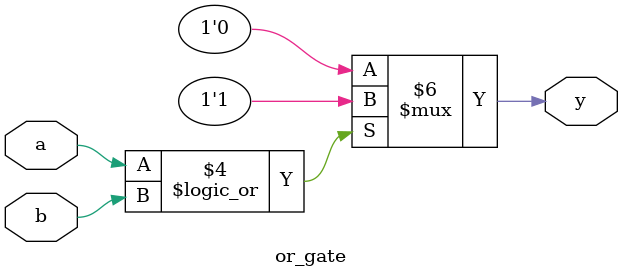
<source format=v>
`timescale 1ns / 1ps 


module or_gate(
    input wire a,
    input wire b,
    output reg y
    );
    
    always @(*) begin
        if (a == 1'b1 || b == 1'b1)
            y = 1'b1;
        else 
            y = 1'b0;
    end
    
endmodule

</source>
